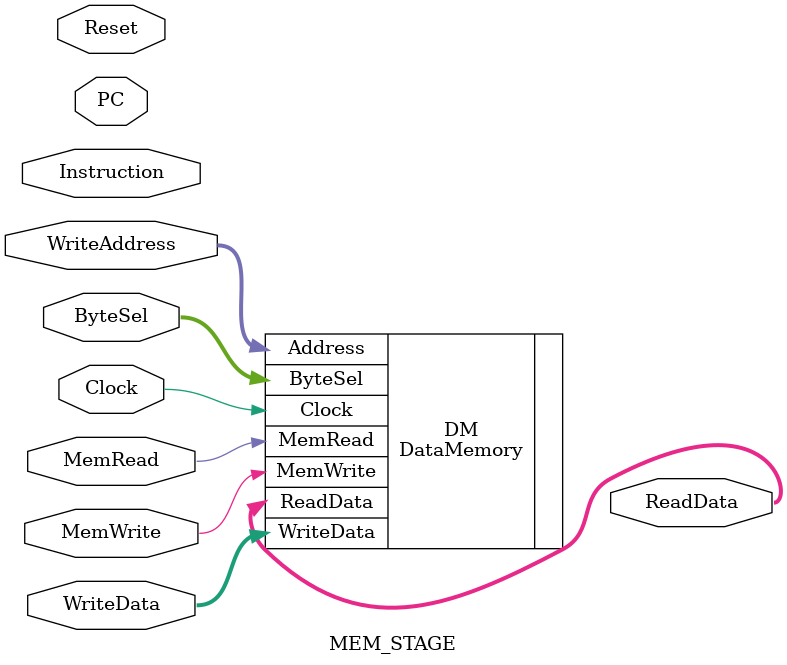
<source format=v>
`timescale 1ns / 1ps


module MEM_STAGE(Clock, Reset, PC, WriteData, ReadData, WriteAddress, MemRead, MemWrite, ByteSel, Instruction);
    input Clock, Reset, MemRead, MemWrite;
    input [1:0] ByteSel;
    input [31:0] PC, WriteData, WriteAddress, Instruction;
    
    output [31:0] ReadData;
    
    DataMemory DM(
        .Address(WriteAddress),
        .WriteData(WriteData),
        .ByteSel(ByteSel),
        .Clock(Clock),
        .MemWrite(MemWrite),
        .MemRead(MemRead),
        .ReadData(ReadData));
        
endmodule

</source>
